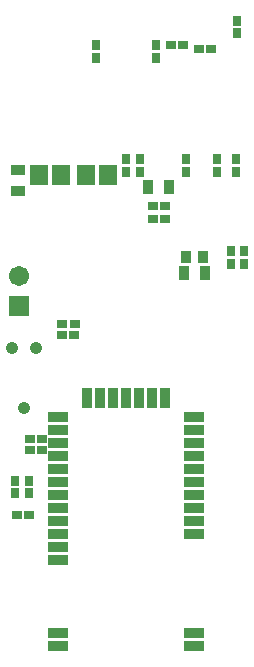
<source format=gbs>
G04 Layer_Color=16711935*
%FSLAX24Y24*%
%MOIN*%
G70*
G01*
G75*
%ADD66R,0.0330X0.0280*%
%ADD71R,0.0480X0.0380*%
%ADD72R,0.0380X0.0480*%
%ADD79R,0.0600X0.0680*%
%ADD91C,0.0420*%
%ADD92R,0.0671X0.0671*%
%ADD93C,0.0671*%
%ADD94R,0.0280X0.0330*%
%ADD95R,0.0671X0.0356*%
%ADD96R,0.0356X0.0671*%
%ADD97R,0.0356X0.0434*%
D66*
X1083Y4990D02*
D03*
X669D02*
D03*
X2175Y10994D02*
D03*
X2589D02*
D03*
X1516Y7530D02*
D03*
X1102D02*
D03*
X1516Y7146D02*
D03*
X1102D02*
D03*
X2185Y11358D02*
D03*
X2598D02*
D03*
X5197Y15276D02*
D03*
X5610D02*
D03*
X5197Y14862D02*
D03*
X5610D02*
D03*
X6732Y20531D02*
D03*
X7146D02*
D03*
X5797Y20640D02*
D03*
X6211D02*
D03*
D71*
X706Y16505D02*
D03*
Y15805D02*
D03*
D72*
X5057Y15918D02*
D03*
X5757D02*
D03*
X6241Y13049D02*
D03*
X6941D02*
D03*
D79*
X2972Y16319D02*
D03*
X3726D02*
D03*
X2156D02*
D03*
X1401D02*
D03*
D91*
X1325Y10563D02*
D03*
X525D02*
D03*
X925Y8563D02*
D03*
D92*
X758Y11949D02*
D03*
D93*
Y12949D02*
D03*
D94*
X7815Y13366D02*
D03*
Y13780D02*
D03*
X8238Y13366D02*
D03*
Y13780D02*
D03*
X600Y6122D02*
D03*
Y5709D02*
D03*
X7972Y16850D02*
D03*
Y16437D02*
D03*
X4301D02*
D03*
Y16850D02*
D03*
X5300Y20640D02*
D03*
Y20226D02*
D03*
X4793Y16850D02*
D03*
Y16437D02*
D03*
X8022Y21053D02*
D03*
Y21467D02*
D03*
X7352Y16437D02*
D03*
Y16850D02*
D03*
X6299Y16437D02*
D03*
Y16850D02*
D03*
X3300Y20640D02*
D03*
Y20226D02*
D03*
X1083Y6122D02*
D03*
Y5709D02*
D03*
D95*
X2047Y3504D02*
D03*
X6575Y4370D02*
D03*
X2047Y5669D02*
D03*
Y5236D02*
D03*
Y8268D02*
D03*
Y7835D02*
D03*
Y4803D02*
D03*
Y6535D02*
D03*
Y3937D02*
D03*
X6575Y4803D02*
D03*
X2047Y4370D02*
D03*
Y6968D02*
D03*
Y6102D02*
D03*
X6575Y7402D02*
D03*
Y5669D02*
D03*
Y5236D02*
D03*
X2047Y7402D02*
D03*
X6575Y6968D02*
D03*
Y6535D02*
D03*
Y6102D02*
D03*
Y7835D02*
D03*
Y8268D02*
D03*
Y1063D02*
D03*
Y630D02*
D03*
X2050Y1063D02*
D03*
Y630D02*
D03*
D96*
X5610Y8878D02*
D03*
X5177D02*
D03*
X3445D02*
D03*
X4744D02*
D03*
X4311D02*
D03*
X3878D02*
D03*
X3012D02*
D03*
D97*
X6319Y13602D02*
D03*
X6870D02*
D03*
M02*

</source>
